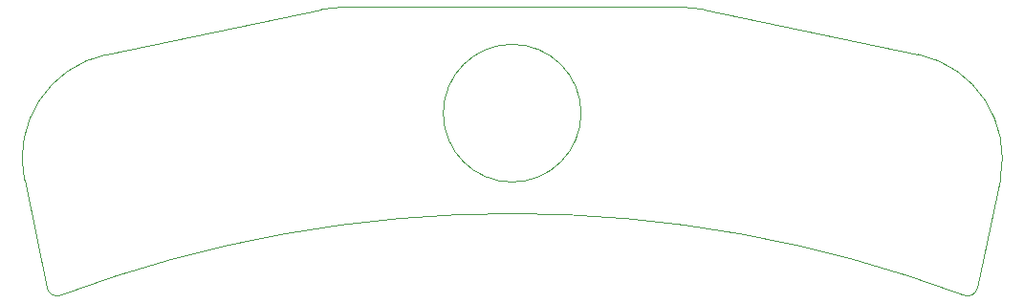
<source format=gm1>
G04*
G04 #@! TF.GenerationSoftware,Altium Limited,Altium Designer,21.9.1 (22)*
G04*
G04 Layer_Color=16711935*
%FSLAX42Y42*%
%MOMM*%
G71*
G04*
G04 #@! TF.SameCoordinates,F8A71F8A-6355-44F6-9634-A5E8768D9E0F*
G04*
G04*
G04 #@! TF.FilePolarity,Positive*
G04*
G01*
G75*
%ADD15C,0.01*%
D15*
X6579Y3262D02*
G03*
X6579Y3262I-610J0D01*
G01*
X7663Y4182D02*
G03*
X7469Y4202I-194J-920D01*
G01*
X4469D02*
G03*
X4276Y4182I-0J-940D01*
G01*
X2376Y3782D02*
G03*
X1650Y2669I194J-920D01*
G01*
X1850Y1714D02*
G03*
X1970Y1649I88J19D01*
G01*
X9969D02*
G03*
X1970Y1649I-3999J-10686D01*
G01*
X9969D02*
G03*
X10088Y1714I32J84D01*
G01*
X10289Y2669D02*
G03*
X9563Y3782I-920J194D01*
G01*
X7663Y4182D02*
X9563Y3782D01*
X4469Y4202D02*
X7469D01*
X2376Y3782D02*
X4276Y4182D01*
X1650Y2669D02*
X1850Y1714D01*
X10088D02*
X10289Y2669D01*
M02*

</source>
